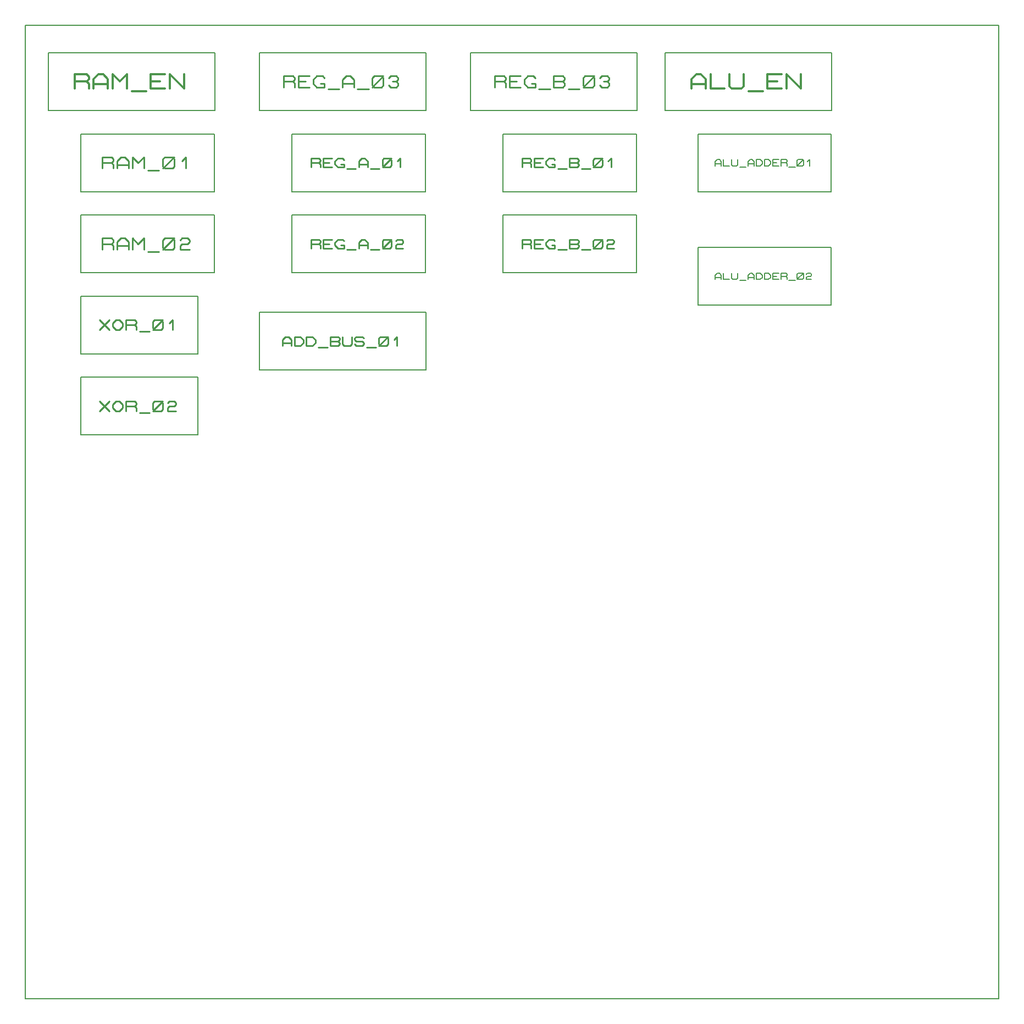
<source format=gbr>
G04 PROTEUS GERBER X2 FILE*
%TF.GenerationSoftware,Labcenter,Proteus,8.6-SP2-Build23525*%
%TF.CreationDate,2019-09-23T20:59:54+00:00*%
%TF.FileFunction,AssemblyDrawing,Top*%
%TF.FilePolarity,Positive*%
%TF.Part,Single*%
%FSLAX45Y45*%
%MOMM*%
G01*
%TA.AperFunction,Material*%
%ADD15C,0.203200*%
%ADD19C,0.293180*%
%ADD70C,0.228030*%
%ADD71C,0.284480*%
%ADD20C,0.256900*%
%ADD21C,0.232750*%
%ADD22C,0.157870*%
%ADD23C,0.365760*%
%TA.AperFunction,Profile*%
%ADD14C,0.203200*%
%TD.AperFunction*%
D15*
X-12137160Y+8936500D02*
X-10084840Y+8936500D01*
X-10084840Y+9825500D01*
X-12137160Y+9825500D01*
X-12137160Y+8936500D01*
D19*
X-11814650Y+9293043D02*
X-11814650Y+9468956D01*
X-11668057Y+9468956D01*
X-11638738Y+9439637D01*
X-11638738Y+9410318D01*
X-11668057Y+9381000D01*
X-11814650Y+9381000D01*
X-11668057Y+9381000D02*
X-11638738Y+9351681D01*
X-11638738Y+9293043D01*
X-11580100Y+9293043D02*
X-11580100Y+9410318D01*
X-11521463Y+9468956D01*
X-11462825Y+9468956D01*
X-11404188Y+9410318D01*
X-11404188Y+9293043D01*
X-11580100Y+9351681D02*
X-11404188Y+9351681D01*
X-11345550Y+9293043D02*
X-11345550Y+9468956D01*
X-11257594Y+9381000D01*
X-11169638Y+9468956D01*
X-11169638Y+9293043D01*
X-11111000Y+9263724D02*
X-10935088Y+9263724D01*
X-10876450Y+9322362D02*
X-10876450Y+9439637D01*
X-10847132Y+9468956D01*
X-10729857Y+9468956D01*
X-10700538Y+9439637D01*
X-10700538Y+9322362D01*
X-10729857Y+9293043D01*
X-10847132Y+9293043D01*
X-10876450Y+9322362D01*
X-10876450Y+9293043D02*
X-10700538Y+9468956D01*
X-10583263Y+9410318D02*
X-10524625Y+9468956D01*
X-10524625Y+9293043D01*
D15*
X-12137160Y+7686500D02*
X-10084840Y+7686500D01*
X-10084840Y+8575500D01*
X-12137160Y+8575500D01*
X-12137160Y+7686500D01*
D19*
X-11814650Y+8043043D02*
X-11814650Y+8218956D01*
X-11668057Y+8218956D01*
X-11638738Y+8189637D01*
X-11638738Y+8160318D01*
X-11668057Y+8131000D01*
X-11814650Y+8131000D01*
X-11668057Y+8131000D02*
X-11638738Y+8101681D01*
X-11638738Y+8043043D01*
X-11580100Y+8043043D02*
X-11580100Y+8160318D01*
X-11521463Y+8218956D01*
X-11462825Y+8218956D01*
X-11404188Y+8160318D01*
X-11404188Y+8043043D01*
X-11580100Y+8101681D02*
X-11404188Y+8101681D01*
X-11345550Y+8043043D02*
X-11345550Y+8218956D01*
X-11257594Y+8131000D01*
X-11169638Y+8218956D01*
X-11169638Y+8043043D01*
X-11111000Y+8013724D02*
X-10935088Y+8013724D01*
X-10876450Y+8072362D02*
X-10876450Y+8189637D01*
X-10847132Y+8218956D01*
X-10729857Y+8218956D01*
X-10700538Y+8189637D01*
X-10700538Y+8072362D01*
X-10729857Y+8043043D01*
X-10847132Y+8043043D01*
X-10876450Y+8072362D01*
X-10876450Y+8043043D02*
X-10700538Y+8218956D01*
X-10612582Y+8189637D02*
X-10583263Y+8218956D01*
X-10495307Y+8218956D01*
X-10465988Y+8189637D01*
X-10465988Y+8160318D01*
X-10495307Y+8131000D01*
X-10583263Y+8131000D01*
X-10612582Y+8101681D01*
X-10612582Y+8043043D01*
X-10465988Y+8043043D01*
D15*
X-8887160Y+8936500D02*
X-6834840Y+8936500D01*
X-6834840Y+9825500D01*
X-8887160Y+9825500D01*
X-8887160Y+8936500D01*
D70*
X-8590712Y+9312590D02*
X-8590712Y+9449411D01*
X-8476695Y+9449411D01*
X-8453891Y+9426607D01*
X-8453891Y+9403804D01*
X-8476695Y+9381000D01*
X-8590712Y+9381000D01*
X-8476695Y+9381000D02*
X-8453891Y+9358197D01*
X-8453891Y+9312590D01*
X-8271463Y+9312590D02*
X-8408284Y+9312590D01*
X-8408284Y+9449411D01*
X-8271463Y+9449411D01*
X-8408284Y+9381000D02*
X-8317070Y+9381000D01*
X-8134642Y+9358197D02*
X-8089035Y+9358197D01*
X-8089035Y+9312590D01*
X-8180249Y+9312590D01*
X-8225856Y+9358197D01*
X-8225856Y+9403804D01*
X-8180249Y+9449411D01*
X-8111839Y+9449411D01*
X-8089035Y+9426607D01*
X-8043428Y+9289786D02*
X-7906607Y+9289786D01*
X-7861000Y+9312590D02*
X-7861000Y+9403804D01*
X-7815393Y+9449411D01*
X-7769786Y+9449411D01*
X-7724179Y+9403804D01*
X-7724179Y+9312590D01*
X-7861000Y+9358197D02*
X-7724179Y+9358197D01*
X-7678572Y+9289786D02*
X-7541751Y+9289786D01*
X-7496144Y+9335393D02*
X-7496144Y+9426607D01*
X-7473341Y+9449411D01*
X-7382127Y+9449411D01*
X-7359323Y+9426607D01*
X-7359323Y+9335393D01*
X-7382127Y+9312590D01*
X-7473341Y+9312590D01*
X-7496144Y+9335393D01*
X-7496144Y+9312590D02*
X-7359323Y+9449411D01*
X-7268109Y+9403804D02*
X-7222502Y+9449411D01*
X-7222502Y+9312590D01*
D15*
X-8887160Y+7686500D02*
X-6834840Y+7686500D01*
X-6834840Y+8575500D01*
X-8887160Y+8575500D01*
X-8887160Y+7686500D01*
D70*
X-8590712Y+8062590D02*
X-8590712Y+8199411D01*
X-8476695Y+8199411D01*
X-8453891Y+8176607D01*
X-8453891Y+8153804D01*
X-8476695Y+8131000D01*
X-8590712Y+8131000D01*
X-8476695Y+8131000D02*
X-8453891Y+8108197D01*
X-8453891Y+8062590D01*
X-8271463Y+8062590D02*
X-8408284Y+8062590D01*
X-8408284Y+8199411D01*
X-8271463Y+8199411D01*
X-8408284Y+8131000D02*
X-8317070Y+8131000D01*
X-8134642Y+8108197D02*
X-8089035Y+8108197D01*
X-8089035Y+8062590D01*
X-8180249Y+8062590D01*
X-8225856Y+8108197D01*
X-8225856Y+8153804D01*
X-8180249Y+8199411D01*
X-8111839Y+8199411D01*
X-8089035Y+8176607D01*
X-8043428Y+8039786D02*
X-7906607Y+8039786D01*
X-7861000Y+8062590D02*
X-7861000Y+8153804D01*
X-7815393Y+8199411D01*
X-7769786Y+8199411D01*
X-7724179Y+8153804D01*
X-7724179Y+8062590D01*
X-7861000Y+8108197D02*
X-7724179Y+8108197D01*
X-7678572Y+8039786D02*
X-7541751Y+8039786D01*
X-7496144Y+8085393D02*
X-7496144Y+8176607D01*
X-7473341Y+8199411D01*
X-7382127Y+8199411D01*
X-7359323Y+8176607D01*
X-7359323Y+8085393D01*
X-7382127Y+8062590D01*
X-7473341Y+8062590D01*
X-7496144Y+8085393D01*
X-7496144Y+8062590D02*
X-7359323Y+8199411D01*
X-7290913Y+8176607D02*
X-7268109Y+8199411D01*
X-7199699Y+8199411D01*
X-7176895Y+8176607D01*
X-7176895Y+8153804D01*
X-7199699Y+8131000D01*
X-7268109Y+8131000D01*
X-7290913Y+8108197D01*
X-7290913Y+8062590D01*
X-7176895Y+8062590D01*
D15*
X-9387160Y+10186500D02*
X-6826840Y+10186500D01*
X-6826840Y+11075500D01*
X-9387160Y+11075500D01*
X-9387160Y+10186500D01*
D71*
X-9017336Y+10545656D02*
X-9017336Y+10716344D01*
X-8875096Y+10716344D01*
X-8846648Y+10687896D01*
X-8846648Y+10659448D01*
X-8875096Y+10631000D01*
X-9017336Y+10631000D01*
X-8875096Y+10631000D02*
X-8846648Y+10602552D01*
X-8846648Y+10545656D01*
X-8619064Y+10545656D02*
X-8789752Y+10545656D01*
X-8789752Y+10716344D01*
X-8619064Y+10716344D01*
X-8789752Y+10631000D02*
X-8675960Y+10631000D01*
X-8448376Y+10602552D02*
X-8391480Y+10602552D01*
X-8391480Y+10545656D01*
X-8505272Y+10545656D01*
X-8562168Y+10602552D01*
X-8562168Y+10659448D01*
X-8505272Y+10716344D01*
X-8419928Y+10716344D01*
X-8391480Y+10687896D01*
X-8334584Y+10517208D02*
X-8163896Y+10517208D01*
X-8107000Y+10545656D02*
X-8107000Y+10659448D01*
X-8050104Y+10716344D01*
X-7993208Y+10716344D01*
X-7936312Y+10659448D01*
X-7936312Y+10545656D01*
X-8107000Y+10602552D02*
X-7936312Y+10602552D01*
X-7879416Y+10517208D02*
X-7708728Y+10517208D01*
X-7651832Y+10574104D02*
X-7651832Y+10687896D01*
X-7623384Y+10716344D01*
X-7509592Y+10716344D01*
X-7481144Y+10687896D01*
X-7481144Y+10574104D01*
X-7509592Y+10545656D01*
X-7623384Y+10545656D01*
X-7651832Y+10574104D01*
X-7651832Y+10545656D02*
X-7481144Y+10716344D01*
X-7395800Y+10687896D02*
X-7367352Y+10716344D01*
X-7282008Y+10716344D01*
X-7253560Y+10687896D01*
X-7253560Y+10659448D01*
X-7282008Y+10631000D01*
X-7253560Y+10602552D01*
X-7253560Y+10574104D01*
X-7282008Y+10545656D01*
X-7367352Y+10545656D01*
X-7395800Y+10574104D01*
X-7338904Y+10631000D02*
X-7282008Y+10631000D01*
D15*
X-5637160Y+8936500D02*
X-3584840Y+8936500D01*
X-3584840Y+9825500D01*
X-5637160Y+9825500D01*
X-5637160Y+8936500D01*
D70*
X-5340712Y+9312590D02*
X-5340712Y+9449411D01*
X-5226695Y+9449411D01*
X-5203891Y+9426607D01*
X-5203891Y+9403804D01*
X-5226695Y+9381000D01*
X-5340712Y+9381000D01*
X-5226695Y+9381000D02*
X-5203891Y+9358197D01*
X-5203891Y+9312590D01*
X-5021463Y+9312590D02*
X-5158284Y+9312590D01*
X-5158284Y+9449411D01*
X-5021463Y+9449411D01*
X-5158284Y+9381000D02*
X-5067070Y+9381000D01*
X-4884642Y+9358197D02*
X-4839035Y+9358197D01*
X-4839035Y+9312590D01*
X-4930249Y+9312590D01*
X-4975856Y+9358197D01*
X-4975856Y+9403804D01*
X-4930249Y+9449411D01*
X-4861839Y+9449411D01*
X-4839035Y+9426607D01*
X-4793428Y+9289786D02*
X-4656607Y+9289786D01*
X-4611000Y+9312590D02*
X-4611000Y+9449411D01*
X-4496983Y+9449411D01*
X-4474179Y+9426607D01*
X-4474179Y+9403804D01*
X-4496983Y+9381000D01*
X-4474179Y+9358197D01*
X-4474179Y+9335393D01*
X-4496983Y+9312590D01*
X-4611000Y+9312590D01*
X-4611000Y+9381000D02*
X-4496983Y+9381000D01*
X-4428572Y+9289786D02*
X-4291751Y+9289786D01*
X-4246144Y+9335393D02*
X-4246144Y+9426607D01*
X-4223341Y+9449411D01*
X-4132127Y+9449411D01*
X-4109323Y+9426607D01*
X-4109323Y+9335393D01*
X-4132127Y+9312590D01*
X-4223341Y+9312590D01*
X-4246144Y+9335393D01*
X-4246144Y+9312590D02*
X-4109323Y+9449411D01*
X-4018109Y+9403804D02*
X-3972502Y+9449411D01*
X-3972502Y+9312590D01*
D15*
X-5637160Y+7686500D02*
X-3584840Y+7686500D01*
X-3584840Y+8575500D01*
X-5637160Y+8575500D01*
X-5637160Y+7686500D01*
D70*
X-5340712Y+8062590D02*
X-5340712Y+8199411D01*
X-5226695Y+8199411D01*
X-5203891Y+8176607D01*
X-5203891Y+8153804D01*
X-5226695Y+8131000D01*
X-5340712Y+8131000D01*
X-5226695Y+8131000D02*
X-5203891Y+8108197D01*
X-5203891Y+8062590D01*
X-5021463Y+8062590D02*
X-5158284Y+8062590D01*
X-5158284Y+8199411D01*
X-5021463Y+8199411D01*
X-5158284Y+8131000D02*
X-5067070Y+8131000D01*
X-4884642Y+8108197D02*
X-4839035Y+8108197D01*
X-4839035Y+8062590D01*
X-4930249Y+8062590D01*
X-4975856Y+8108197D01*
X-4975856Y+8153804D01*
X-4930249Y+8199411D01*
X-4861839Y+8199411D01*
X-4839035Y+8176607D01*
X-4793428Y+8039786D02*
X-4656607Y+8039786D01*
X-4611000Y+8062590D02*
X-4611000Y+8199411D01*
X-4496983Y+8199411D01*
X-4474179Y+8176607D01*
X-4474179Y+8153804D01*
X-4496983Y+8131000D01*
X-4474179Y+8108197D01*
X-4474179Y+8085393D01*
X-4496983Y+8062590D01*
X-4611000Y+8062590D01*
X-4611000Y+8131000D02*
X-4496983Y+8131000D01*
X-4428572Y+8039786D02*
X-4291751Y+8039786D01*
X-4246144Y+8085393D02*
X-4246144Y+8176607D01*
X-4223341Y+8199411D01*
X-4132127Y+8199411D01*
X-4109323Y+8176607D01*
X-4109323Y+8085393D01*
X-4132127Y+8062590D01*
X-4223341Y+8062590D01*
X-4246144Y+8085393D01*
X-4246144Y+8062590D02*
X-4109323Y+8199411D01*
X-4040913Y+8176607D02*
X-4018109Y+8199411D01*
X-3949699Y+8199411D01*
X-3926895Y+8176607D01*
X-3926895Y+8153804D01*
X-3949699Y+8131000D01*
X-4018109Y+8131000D01*
X-4040913Y+8108197D01*
X-4040913Y+8062590D01*
X-3926895Y+8062590D01*
D15*
X-6137160Y+10186500D02*
X-3576840Y+10186500D01*
X-3576840Y+11075500D01*
X-6137160Y+11075500D01*
X-6137160Y+10186500D01*
D71*
X-5767336Y+10545656D02*
X-5767336Y+10716344D01*
X-5625096Y+10716344D01*
X-5596648Y+10687896D01*
X-5596648Y+10659448D01*
X-5625096Y+10631000D01*
X-5767336Y+10631000D01*
X-5625096Y+10631000D02*
X-5596648Y+10602552D01*
X-5596648Y+10545656D01*
X-5369064Y+10545656D02*
X-5539752Y+10545656D01*
X-5539752Y+10716344D01*
X-5369064Y+10716344D01*
X-5539752Y+10631000D02*
X-5425960Y+10631000D01*
X-5198376Y+10602552D02*
X-5141480Y+10602552D01*
X-5141480Y+10545656D01*
X-5255272Y+10545656D01*
X-5312168Y+10602552D01*
X-5312168Y+10659448D01*
X-5255272Y+10716344D01*
X-5169928Y+10716344D01*
X-5141480Y+10687896D01*
X-5084584Y+10517208D02*
X-4913896Y+10517208D01*
X-4857000Y+10545656D02*
X-4857000Y+10716344D01*
X-4714760Y+10716344D01*
X-4686312Y+10687896D01*
X-4686312Y+10659448D01*
X-4714760Y+10631000D01*
X-4686312Y+10602552D01*
X-4686312Y+10574104D01*
X-4714760Y+10545656D01*
X-4857000Y+10545656D01*
X-4857000Y+10631000D02*
X-4714760Y+10631000D01*
X-4629416Y+10517208D02*
X-4458728Y+10517208D01*
X-4401832Y+10574104D02*
X-4401832Y+10687896D01*
X-4373384Y+10716344D01*
X-4259592Y+10716344D01*
X-4231144Y+10687896D01*
X-4231144Y+10574104D01*
X-4259592Y+10545656D01*
X-4373384Y+10545656D01*
X-4401832Y+10574104D01*
X-4401832Y+10545656D02*
X-4231144Y+10716344D01*
X-4145800Y+10687896D02*
X-4117352Y+10716344D01*
X-4032008Y+10716344D01*
X-4003560Y+10687896D01*
X-4003560Y+10659448D01*
X-4032008Y+10631000D01*
X-4003560Y+10602552D01*
X-4003560Y+10574104D01*
X-4032008Y+10545656D01*
X-4117352Y+10545656D01*
X-4145800Y+10574104D01*
X-4088904Y+10631000D02*
X-4032008Y+10631000D01*
D15*
X-12137160Y+6436500D02*
X-10338840Y+6436500D01*
X-10338840Y+7325500D01*
X-12137160Y+7325500D01*
X-12137160Y+6436500D01*
D20*
X-11854563Y+6958070D02*
X-11700423Y+6803929D01*
X-11854563Y+6803929D02*
X-11700423Y+6958070D01*
X-11649042Y+6906690D02*
X-11597662Y+6958070D01*
X-11546282Y+6958070D01*
X-11494902Y+6906690D01*
X-11494902Y+6855309D01*
X-11546282Y+6803929D01*
X-11597662Y+6803929D01*
X-11649042Y+6855309D01*
X-11649042Y+6906690D01*
X-11443521Y+6803929D02*
X-11443521Y+6958070D01*
X-11315071Y+6958070D01*
X-11289381Y+6932380D01*
X-11289381Y+6906690D01*
X-11315071Y+6881000D01*
X-11443521Y+6881000D01*
X-11315071Y+6881000D02*
X-11289381Y+6855309D01*
X-11289381Y+6803929D01*
X-11238000Y+6778239D02*
X-11083860Y+6778239D01*
X-11032479Y+6829619D02*
X-11032479Y+6932380D01*
X-11006789Y+6958070D01*
X-10904029Y+6958070D01*
X-10878339Y+6932380D01*
X-10878339Y+6829619D01*
X-10904029Y+6803929D01*
X-11006789Y+6803929D01*
X-11032479Y+6829619D01*
X-11032479Y+6803929D02*
X-10878339Y+6958070D01*
X-10775578Y+6906690D02*
X-10724198Y+6958070D01*
X-10724198Y+6803929D01*
D15*
X-12137160Y+5186500D02*
X-10338840Y+5186500D01*
X-10338840Y+6075500D01*
X-12137160Y+6075500D01*
X-12137160Y+5186500D01*
D20*
X-11854563Y+5708070D02*
X-11700423Y+5553929D01*
X-11854563Y+5553929D02*
X-11700423Y+5708070D01*
X-11649042Y+5656690D02*
X-11597662Y+5708070D01*
X-11546282Y+5708070D01*
X-11494902Y+5656690D01*
X-11494902Y+5605309D01*
X-11546282Y+5553929D01*
X-11597662Y+5553929D01*
X-11649042Y+5605309D01*
X-11649042Y+5656690D01*
X-11443521Y+5553929D02*
X-11443521Y+5708070D01*
X-11315071Y+5708070D01*
X-11289381Y+5682380D01*
X-11289381Y+5656690D01*
X-11315071Y+5631000D01*
X-11443521Y+5631000D01*
X-11315071Y+5631000D02*
X-11289381Y+5605309D01*
X-11289381Y+5553929D01*
X-11238000Y+5528239D02*
X-11083860Y+5528239D01*
X-11032479Y+5579619D02*
X-11032479Y+5682380D01*
X-11006789Y+5708070D01*
X-10904029Y+5708070D01*
X-10878339Y+5682380D01*
X-10878339Y+5579619D01*
X-10904029Y+5553929D01*
X-11006789Y+5553929D01*
X-11032479Y+5579619D01*
X-11032479Y+5553929D02*
X-10878339Y+5708070D01*
X-10801268Y+5682380D02*
X-10775578Y+5708070D01*
X-10698508Y+5708070D01*
X-10672818Y+5682380D01*
X-10672818Y+5656690D01*
X-10698508Y+5631000D01*
X-10775578Y+5631000D01*
X-10801268Y+5605309D01*
X-10801268Y+5553929D01*
X-10672818Y+5553929D01*
D15*
X-9387160Y+6186500D02*
X-6826840Y+6186500D01*
X-6826840Y+7075500D01*
X-9387160Y+7075500D01*
X-9387160Y+6186500D01*
D21*
X-9038020Y+6561173D02*
X-9038020Y+6654275D01*
X-8991469Y+6700826D01*
X-8944918Y+6700826D01*
X-8898367Y+6654275D01*
X-8898367Y+6561173D01*
X-9038020Y+6607724D02*
X-8898367Y+6607724D01*
X-8851816Y+6561173D02*
X-8851816Y+6700826D01*
X-8758714Y+6700826D01*
X-8712163Y+6654275D01*
X-8712163Y+6607724D01*
X-8758714Y+6561173D01*
X-8851816Y+6561173D01*
X-8665612Y+6561173D02*
X-8665612Y+6700826D01*
X-8572510Y+6700826D01*
X-8525959Y+6654275D01*
X-8525959Y+6607724D01*
X-8572510Y+6561173D01*
X-8665612Y+6561173D01*
X-8479408Y+6537897D02*
X-8339755Y+6537897D01*
X-8293204Y+6561173D02*
X-8293204Y+6700826D01*
X-8176827Y+6700826D01*
X-8153551Y+6677551D01*
X-8153551Y+6654275D01*
X-8176827Y+6631000D01*
X-8153551Y+6607724D01*
X-8153551Y+6584448D01*
X-8176827Y+6561173D01*
X-8293204Y+6561173D01*
X-8293204Y+6631000D02*
X-8176827Y+6631000D01*
X-8107000Y+6700826D02*
X-8107000Y+6584448D01*
X-8083725Y+6561173D01*
X-7990623Y+6561173D01*
X-7967347Y+6584448D01*
X-7967347Y+6700826D01*
X-7920796Y+6584448D02*
X-7897521Y+6561173D01*
X-7804419Y+6561173D01*
X-7781143Y+6584448D01*
X-7781143Y+6607724D01*
X-7804419Y+6631000D01*
X-7897521Y+6631000D01*
X-7920796Y+6654275D01*
X-7920796Y+6677551D01*
X-7897521Y+6700826D01*
X-7804419Y+6700826D01*
X-7781143Y+6677551D01*
X-7734592Y+6537897D02*
X-7594939Y+6537897D01*
X-7548388Y+6584448D02*
X-7548388Y+6677551D01*
X-7525113Y+6700826D01*
X-7432011Y+6700826D01*
X-7408735Y+6677551D01*
X-7408735Y+6584448D01*
X-7432011Y+6561173D01*
X-7525113Y+6561173D01*
X-7548388Y+6584448D01*
X-7548388Y+6561173D02*
X-7408735Y+6700826D01*
X-7315633Y+6654275D02*
X-7269082Y+6700826D01*
X-7269082Y+6561173D01*
D15*
X-2637160Y+8936500D02*
X-584840Y+8936500D01*
X-584840Y+9825500D01*
X-2637160Y+9825500D01*
X-2637160Y+8936500D01*
D22*
X-2368776Y+9333639D02*
X-2368776Y+9396787D01*
X-2337202Y+9428361D01*
X-2305628Y+9428361D01*
X-2274054Y+9396787D01*
X-2274054Y+9333639D01*
X-2368776Y+9365213D02*
X-2274054Y+9365213D01*
X-2242480Y+9428361D02*
X-2242480Y+9333639D01*
X-2147758Y+9333639D01*
X-2116184Y+9428361D02*
X-2116184Y+9349426D01*
X-2100397Y+9333639D01*
X-2037249Y+9333639D01*
X-2021462Y+9349426D01*
X-2021462Y+9428361D01*
X-1989888Y+9317852D02*
X-1895166Y+9317852D01*
X-1863592Y+9333639D02*
X-1863592Y+9396787D01*
X-1832018Y+9428361D01*
X-1800444Y+9428361D01*
X-1768870Y+9396787D01*
X-1768870Y+9333639D01*
X-1863592Y+9365213D02*
X-1768870Y+9365213D01*
X-1737296Y+9333639D02*
X-1737296Y+9428361D01*
X-1674148Y+9428361D01*
X-1642574Y+9396787D01*
X-1642574Y+9365213D01*
X-1674148Y+9333639D01*
X-1737296Y+9333639D01*
X-1611000Y+9333639D02*
X-1611000Y+9428361D01*
X-1547852Y+9428361D01*
X-1516278Y+9396787D01*
X-1516278Y+9365213D01*
X-1547852Y+9333639D01*
X-1611000Y+9333639D01*
X-1389982Y+9333639D02*
X-1484704Y+9333639D01*
X-1484704Y+9428361D01*
X-1389982Y+9428361D01*
X-1484704Y+9381000D02*
X-1421556Y+9381000D01*
X-1358408Y+9333639D02*
X-1358408Y+9428361D01*
X-1279473Y+9428361D01*
X-1263686Y+9412574D01*
X-1263686Y+9396787D01*
X-1279473Y+9381000D01*
X-1358408Y+9381000D01*
X-1279473Y+9381000D02*
X-1263686Y+9365213D01*
X-1263686Y+9333639D01*
X-1232112Y+9317852D02*
X-1137390Y+9317852D01*
X-1105816Y+9349426D02*
X-1105816Y+9412574D01*
X-1090029Y+9428361D01*
X-1026881Y+9428361D01*
X-1011094Y+9412574D01*
X-1011094Y+9349426D01*
X-1026881Y+9333639D01*
X-1090029Y+9333639D01*
X-1105816Y+9349426D01*
X-1105816Y+9333639D02*
X-1011094Y+9428361D01*
X-947946Y+9396787D02*
X-916372Y+9428361D01*
X-916372Y+9333639D01*
D15*
X-2637160Y+7186500D02*
X-584840Y+7186500D01*
X-584840Y+8075500D01*
X-2637160Y+8075500D01*
X-2637160Y+7186500D01*
D22*
X-2368776Y+7583639D02*
X-2368776Y+7646787D01*
X-2337202Y+7678361D01*
X-2305628Y+7678361D01*
X-2274054Y+7646787D01*
X-2274054Y+7583639D01*
X-2368776Y+7615213D02*
X-2274054Y+7615213D01*
X-2242480Y+7678361D02*
X-2242480Y+7583639D01*
X-2147758Y+7583639D01*
X-2116184Y+7678361D02*
X-2116184Y+7599426D01*
X-2100397Y+7583639D01*
X-2037249Y+7583639D01*
X-2021462Y+7599426D01*
X-2021462Y+7678361D01*
X-1989888Y+7567852D02*
X-1895166Y+7567852D01*
X-1863592Y+7583639D02*
X-1863592Y+7646787D01*
X-1832018Y+7678361D01*
X-1800444Y+7678361D01*
X-1768870Y+7646787D01*
X-1768870Y+7583639D01*
X-1863592Y+7615213D02*
X-1768870Y+7615213D01*
X-1737296Y+7583639D02*
X-1737296Y+7678361D01*
X-1674148Y+7678361D01*
X-1642574Y+7646787D01*
X-1642574Y+7615213D01*
X-1674148Y+7583639D01*
X-1737296Y+7583639D01*
X-1611000Y+7583639D02*
X-1611000Y+7678361D01*
X-1547852Y+7678361D01*
X-1516278Y+7646787D01*
X-1516278Y+7615213D01*
X-1547852Y+7583639D01*
X-1611000Y+7583639D01*
X-1389982Y+7583639D02*
X-1484704Y+7583639D01*
X-1484704Y+7678361D01*
X-1389982Y+7678361D01*
X-1484704Y+7631000D02*
X-1421556Y+7631000D01*
X-1358408Y+7583639D02*
X-1358408Y+7678361D01*
X-1279473Y+7678361D01*
X-1263686Y+7662574D01*
X-1263686Y+7646787D01*
X-1279473Y+7631000D01*
X-1358408Y+7631000D01*
X-1279473Y+7631000D02*
X-1263686Y+7615213D01*
X-1263686Y+7583639D01*
X-1232112Y+7567852D02*
X-1137390Y+7567852D01*
X-1105816Y+7599426D02*
X-1105816Y+7662574D01*
X-1090029Y+7678361D01*
X-1026881Y+7678361D01*
X-1011094Y+7662574D01*
X-1011094Y+7599426D01*
X-1026881Y+7583639D01*
X-1090029Y+7583639D01*
X-1105816Y+7599426D01*
X-1105816Y+7583639D02*
X-1011094Y+7678361D01*
X-963733Y+7662574D02*
X-947946Y+7678361D01*
X-900585Y+7678361D01*
X-884798Y+7662574D01*
X-884798Y+7646787D01*
X-900585Y+7631000D01*
X-947946Y+7631000D01*
X-963733Y+7615213D01*
X-963733Y+7583639D01*
X-884798Y+7583639D01*
D15*
X-3137160Y+10186500D02*
X-576840Y+10186500D01*
X-576840Y+11075500D01*
X-3137160Y+11075500D01*
X-3137160Y+10186500D01*
D23*
X-2734824Y+10521272D02*
X-2734824Y+10667576D01*
X-2661672Y+10740728D01*
X-2588520Y+10740728D01*
X-2515368Y+10667576D01*
X-2515368Y+10521272D01*
X-2734824Y+10594424D02*
X-2515368Y+10594424D01*
X-2442216Y+10740728D02*
X-2442216Y+10521272D01*
X-2222760Y+10521272D01*
X-2149608Y+10740728D02*
X-2149608Y+10557848D01*
X-2113032Y+10521272D01*
X-1966728Y+10521272D01*
X-1930152Y+10557848D01*
X-1930152Y+10740728D01*
X-1857000Y+10484696D02*
X-1637544Y+10484696D01*
X-1344936Y+10521272D02*
X-1564392Y+10521272D01*
X-1564392Y+10740728D01*
X-1344936Y+10740728D01*
X-1564392Y+10631000D02*
X-1418088Y+10631000D01*
X-1271784Y+10521272D02*
X-1271784Y+10740728D01*
X-1052328Y+10521272D01*
X-1052328Y+10740728D01*
D15*
X-12637160Y+10186500D02*
X-10076840Y+10186500D01*
X-10076840Y+11075500D01*
X-12637160Y+11075500D01*
X-12637160Y+10186500D01*
D23*
X-12234824Y+10521272D02*
X-12234824Y+10740728D01*
X-12051944Y+10740728D01*
X-12015368Y+10704152D01*
X-12015368Y+10667576D01*
X-12051944Y+10631000D01*
X-12234824Y+10631000D01*
X-12051944Y+10631000D02*
X-12015368Y+10594424D01*
X-12015368Y+10521272D01*
X-11942216Y+10521272D02*
X-11942216Y+10667576D01*
X-11869064Y+10740728D01*
X-11795912Y+10740728D01*
X-11722760Y+10667576D01*
X-11722760Y+10521272D01*
X-11942216Y+10594424D02*
X-11722760Y+10594424D01*
X-11649608Y+10521272D02*
X-11649608Y+10740728D01*
X-11539880Y+10631000D01*
X-11430152Y+10740728D01*
X-11430152Y+10521272D01*
X-11357000Y+10484696D02*
X-11137544Y+10484696D01*
X-10844936Y+10521272D02*
X-11064392Y+10521272D01*
X-11064392Y+10740728D01*
X-10844936Y+10740728D01*
X-11064392Y+10631000D02*
X-10918088Y+10631000D01*
X-10771784Y+10521272D02*
X-10771784Y+10740728D01*
X-10552328Y+10521272D01*
X-10552328Y+10740728D01*
D14*
X-13000000Y-3500000D02*
X+2000000Y-3500000D01*
X+2000000Y+11500000D01*
X-13000000Y+11500000D01*
X-13000000Y-3500000D01*
M02*

</source>
